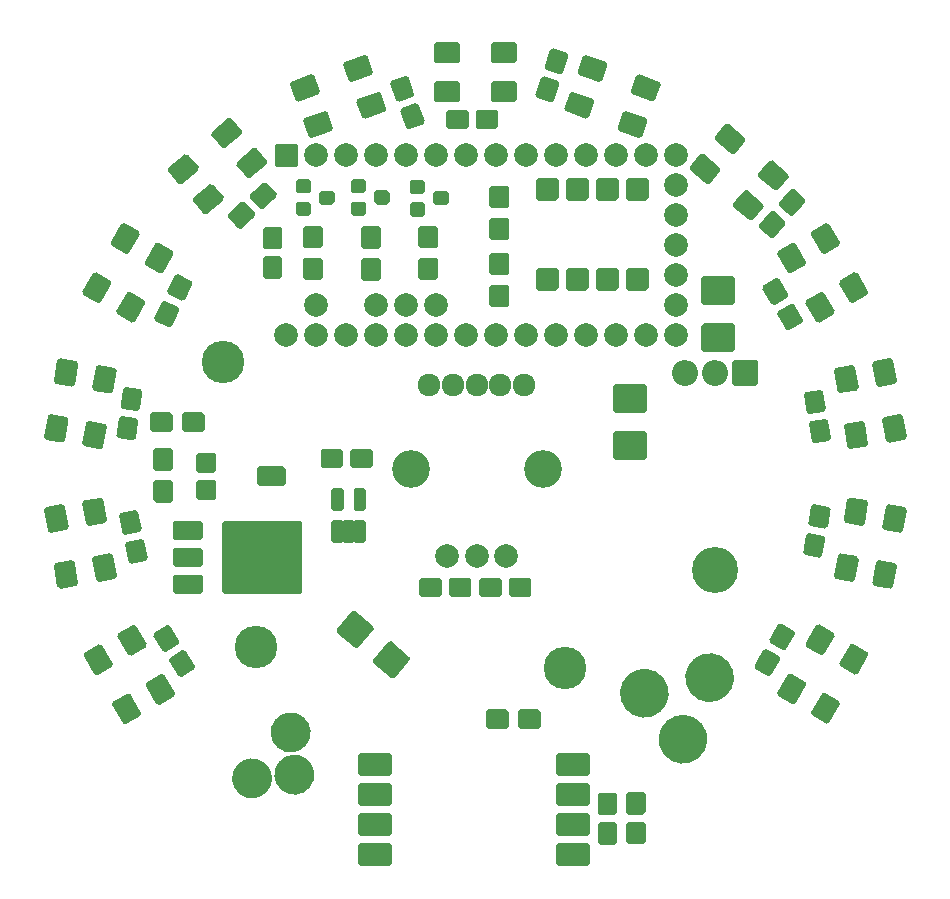
<source format=gts>
%TF.GenerationSoftware,KiCad,Pcbnew,(5.1.9)-1*%
%TF.CreationDate,2021-03-28T17:18:04-04:00*%
%TF.ProjectId,nogasm,6e6f6761-736d-42e6-9b69-6361645f7063,rev?*%
%TF.SameCoordinates,Original*%
%TF.FileFunction,Soldermask,Top*%
%TF.FilePolarity,Negative*%
%FSLAX46Y46*%
G04 Gerber Fmt 4.6, Leading zero omitted, Abs format (unit mm)*
G04 Created by KiCad (PCBNEW (5.1.9)-1) date 2021-03-28 17:18:04*
%MOMM*%
%LPD*%
G01*
G04 APERTURE LIST*
%ADD10C,3.600000*%
%ADD11C,2.000000*%
%ADD12O,3.900000X3.900000*%
%ADD13O,2.200000X2.200000*%
%ADD14C,1.925000*%
%ADD15C,3.200000*%
G04 APERTURE END LIST*
D10*
%TO.C,REF\u002A\u002A*%
X101346000Y-100076000D03*
%TD*%
%TO.C,REF\u002A\u002A*%
X127508000Y-101854000D03*
%TD*%
%TO.C,C19*%
G36*
G01*
X124628000Y-94371000D02*
X124628000Y-95621000D01*
G75*
G02*
X124428000Y-95821000I-200000J0D01*
G01*
X122928000Y-95821000D01*
G75*
G02*
X122728000Y-95621000I0J200000D01*
G01*
X122728000Y-94371000D01*
G75*
G02*
X122928000Y-94171000I200000J0D01*
G01*
X124428000Y-94171000D01*
G75*
G02*
X124628000Y-94371000I0J-200000D01*
G01*
G37*
G36*
G01*
X122128000Y-94371000D02*
X122128000Y-95621000D01*
G75*
G02*
X121928000Y-95821000I-200000J0D01*
G01*
X120428000Y-95821000D01*
G75*
G02*
X120228000Y-95621000I0J200000D01*
G01*
X120228000Y-94371000D01*
G75*
G02*
X120428000Y-94171000I200000J0D01*
G01*
X121928000Y-94171000D01*
G75*
G02*
X122128000Y-94371000I0J-200000D01*
G01*
G37*
%TD*%
%TO.C,C1*%
G36*
G01*
X121814000Y-54747000D02*
X121814000Y-55997000D01*
G75*
G02*
X121614000Y-56197000I-200000J0D01*
G01*
X120114000Y-56197000D01*
G75*
G02*
X119914000Y-55997000I0J200000D01*
G01*
X119914000Y-54747000D01*
G75*
G02*
X120114000Y-54547000I200000J0D01*
G01*
X121614000Y-54547000D01*
G75*
G02*
X121814000Y-54747000I0J-200000D01*
G01*
G37*
G36*
G01*
X119314000Y-54747000D02*
X119314000Y-55997000D01*
G75*
G02*
X119114000Y-56197000I-200000J0D01*
G01*
X117614000Y-56197000D01*
G75*
G02*
X117414000Y-55997000I0J200000D01*
G01*
X117414000Y-54747000D01*
G75*
G02*
X117614000Y-54547000I200000J0D01*
G01*
X119114000Y-54547000D01*
G75*
G02*
X119314000Y-54747000I0J-200000D01*
G01*
G37*
%TD*%
%TO.C,C2*%
G36*
G01*
X112786723Y-52089822D02*
X113961339Y-51662297D01*
G75*
G02*
X114217682Y-51781832I68404J-187939D01*
G01*
X114730712Y-53191371D01*
G75*
G02*
X114611177Y-53447714I-187939J-68404D01*
G01*
X113436561Y-53875239D01*
G75*
G02*
X113180218Y-53755704I-68404J187939D01*
G01*
X112667188Y-52346165D01*
G75*
G02*
X112786723Y-52089822I187939J68404D01*
G01*
G37*
G36*
G01*
X113641773Y-54439054D02*
X114816389Y-54011529D01*
G75*
G02*
X115072732Y-54131064I68404J-187939D01*
G01*
X115585762Y-55540603D01*
G75*
G02*
X115466227Y-55796946I-187939J-68404D01*
G01*
X114291611Y-56224471D01*
G75*
G02*
X114035268Y-56104936I-68404J187939D01*
G01*
X113522238Y-54695397D01*
G75*
G02*
X113641773Y-54439054I187939J68404D01*
G01*
G37*
%TD*%
%TO.C,C3*%
G36*
G01*
X102221643Y-60727035D02*
X103058056Y-61655966D01*
G75*
G02*
X103043253Y-61938421I-148629J-133826D01*
G01*
X101928536Y-62942116D01*
G75*
G02*
X101646081Y-62927313I-133826J148629D01*
G01*
X100809668Y-61998382D01*
G75*
G02*
X100824471Y-61715927I148629J133826D01*
G01*
X101939188Y-60712232D01*
G75*
G02*
X102221643Y-60727035I133826J-148629D01*
G01*
G37*
G36*
G01*
X100363781Y-62399861D02*
X101200194Y-63328792D01*
G75*
G02*
X101185391Y-63611247I-148629J-133826D01*
G01*
X100070674Y-64614942D01*
G75*
G02*
X99788219Y-64600139I-133826J148629D01*
G01*
X98951806Y-63671208D01*
G75*
G02*
X98966609Y-63388753I148629J133826D01*
G01*
X100081326Y-62385058D01*
G75*
G02*
X100363781Y-62399861I133826J-148629D01*
G01*
G37*
%TD*%
%TO.C,C4*%
G36*
G01*
X94717145Y-68468163D02*
X95840638Y-69016127D01*
G75*
G02*
X95932723Y-69283560I-87674J-179759D01*
G01*
X95275166Y-70631752D01*
G75*
G02*
X95007733Y-70723837I-179759J87674D01*
G01*
X93884240Y-70175873D01*
G75*
G02*
X93792155Y-69908440I87674J179759D01*
G01*
X94449712Y-68560248D01*
G75*
G02*
X94717145Y-68468163I179759J-87674D01*
G01*
G37*
G36*
G01*
X93621217Y-70715149D02*
X94744710Y-71263113D01*
G75*
G02*
X94836795Y-71530546I-87674J-179759D01*
G01*
X94179238Y-72878738D01*
G75*
G02*
X93911805Y-72970823I-179759J87674D01*
G01*
X92788312Y-72422859D01*
G75*
G02*
X92696227Y-72155426I87674J179759D01*
G01*
X93353784Y-70807234D01*
G75*
G02*
X93621217Y-70715149I179759J-87674D01*
G01*
G37*
%TD*%
%TO.C,C5*%
G36*
G01*
X90285229Y-78018427D02*
X91523064Y-78192393D01*
G75*
G02*
X91693283Y-78418282I-27835J-198054D01*
G01*
X91484524Y-79903684D01*
G75*
G02*
X91258635Y-80073903I-198054J27835D01*
G01*
X90020800Y-79899937D01*
G75*
G02*
X89850581Y-79674048I27835J198054D01*
G01*
X90059340Y-78188646D01*
G75*
G02*
X90285229Y-78018427I198054J-27835D01*
G01*
G37*
G36*
G01*
X89937297Y-80494097D02*
X91175132Y-80668063D01*
G75*
G02*
X91345351Y-80893952I-27835J-198054D01*
G01*
X91136592Y-82379354D01*
G75*
G02*
X90910703Y-82549573I-198054J27835D01*
G01*
X89672868Y-82375607D01*
G75*
G02*
X89502649Y-82149718I27835J198054D01*
G01*
X89711408Y-80664316D01*
G75*
G02*
X89937297Y-80494097I198054J-27835D01*
G01*
G37*
%TD*%
%TO.C,C6*%
G36*
G01*
X103355300Y-68869600D02*
X102105300Y-68869600D01*
G75*
G02*
X101905300Y-68669600I0J200000D01*
G01*
X101905300Y-67169600D01*
G75*
G02*
X102105300Y-66969600I200000J0D01*
G01*
X103355300Y-66969600D01*
G75*
G02*
X103555300Y-67169600I0J-200000D01*
G01*
X103555300Y-68669600D01*
G75*
G02*
X103355300Y-68869600I-200000J0D01*
G01*
G37*
G36*
G01*
X103355300Y-66369600D02*
X102105300Y-66369600D01*
G75*
G02*
X101905300Y-66169600I0J200000D01*
G01*
X101905300Y-64669600D01*
G75*
G02*
X102105300Y-64469600I200000J0D01*
G01*
X103355300Y-64469600D01*
G75*
G02*
X103555300Y-64669600I0J-200000D01*
G01*
X103555300Y-66169600D01*
G75*
G02*
X103355300Y-66369600I-200000J0D01*
G01*
G37*
%TD*%
%TO.C,C7*%
G36*
G01*
X126449634Y-49356901D02*
X127639127Y-49741097D01*
G75*
G02*
X127767975Y-49992887I-61471J-190319D01*
G01*
X127306940Y-51420279D01*
G75*
G02*
X127055150Y-51549127I-190319J61471D01*
G01*
X125865657Y-51164931D01*
G75*
G02*
X125736809Y-50913141I61471J190319D01*
G01*
X126197844Y-49485749D01*
G75*
G02*
X126449634Y-49356901I190319J-61471D01*
G01*
G37*
G36*
G01*
X125681242Y-51735887D02*
X126870735Y-52120083D01*
G75*
G02*
X126999583Y-52371873I-61471J-190319D01*
G01*
X126538548Y-53799265D01*
G75*
G02*
X126286758Y-53928113I-190319J61471D01*
G01*
X125097265Y-53543917D01*
G75*
G02*
X124968417Y-53292127I61471J190319D01*
G01*
X125429452Y-51864735D01*
G75*
G02*
X125681242Y-51735887I190319J-61471D01*
G01*
G37*
%TD*%
%TO.C,C8*%
G36*
G01*
X89857362Y-88703334D02*
X91080046Y-88443444D01*
G75*
G02*
X91317258Y-88597492I41582J-195630D01*
G01*
X91629126Y-90064714D01*
G75*
G02*
X91475078Y-90301926I-195630J-41582D01*
G01*
X90252394Y-90561816D01*
G75*
G02*
X90015182Y-90407768I-41582J195630D01*
G01*
X89703314Y-88940546D01*
G75*
G02*
X89857362Y-88703334I195630J41582D01*
G01*
G37*
G36*
G01*
X90377142Y-91148704D02*
X91599826Y-90888814D01*
G75*
G02*
X91837038Y-91042862I41582J-195630D01*
G01*
X92148906Y-92510084D01*
G75*
G02*
X91994858Y-92747296I-195630J-41582D01*
G01*
X90772174Y-93007186D01*
G75*
G02*
X90534962Y-92853138I-41582J195630D01*
G01*
X90223094Y-91385916D01*
G75*
G02*
X90377142Y-91148704I195630J41582D01*
G01*
G37*
%TD*%
%TO.C,C9*%
G36*
G01*
X92692546Y-98839553D02*
X93752607Y-98177154D01*
G75*
G02*
X94028201Y-98240780I105984J-169610D01*
G01*
X94823080Y-99512853D01*
G75*
G02*
X94759454Y-99788447I-169610J-105984D01*
G01*
X93699393Y-100450846D01*
G75*
G02*
X93423799Y-100387220I-105984J169610D01*
G01*
X92628920Y-99115147D01*
G75*
G02*
X92692546Y-98839553I169610J105984D01*
G01*
G37*
G36*
G01*
X94017344Y-100959673D02*
X95077405Y-100297274D01*
G75*
G02*
X95352999Y-100360900I105984J-169610D01*
G01*
X96147878Y-101632973D01*
G75*
G02*
X96084252Y-101908567I-169610J-105984D01*
G01*
X95024191Y-102570966D01*
G75*
G02*
X94748597Y-102507340I-105984J169610D01*
G01*
X93953718Y-101235267D01*
G75*
G02*
X94017344Y-100959673I169610J105984D01*
G01*
G37*
%TD*%
%TO.C,C10*%
G36*
G01*
X144687781Y-102489312D02*
X143605249Y-101864312D01*
G75*
G02*
X143532044Y-101591107I100000J173205D01*
G01*
X144282044Y-100292069D01*
G75*
G02*
X144555249Y-100218864I173205J-100000D01*
G01*
X145637781Y-100843864D01*
G75*
G02*
X145710986Y-101117069I-100000J-173205D01*
G01*
X144960986Y-102416107D01*
G75*
G02*
X144687781Y-102489312I-173205J100000D01*
G01*
G37*
G36*
G01*
X145937781Y-100324248D02*
X144855249Y-99699248D01*
G75*
G02*
X144782044Y-99426043I100000J173205D01*
G01*
X145532044Y-98127005D01*
G75*
G02*
X145805249Y-98053800I173205J-100000D01*
G01*
X146887781Y-98678800D01*
G75*
G02*
X146960986Y-98952005I-100000J-173205D01*
G01*
X146210986Y-100251043D01*
G75*
G02*
X145937781Y-100324248I-173205J100000D01*
G01*
G37*
%TD*%
%TO.C,C11*%
G36*
G01*
X148573581Y-87933882D02*
X149804591Y-88150942D01*
G75*
G02*
X149966823Y-88382634I-34730J-196962D01*
G01*
X149706351Y-89859846D01*
G75*
G02*
X149474659Y-90022078I-196962J34730D01*
G01*
X148243649Y-89805018D01*
G75*
G02*
X148081417Y-89573326I34730J196962D01*
G01*
X148341889Y-88096114D01*
G75*
G02*
X148573581Y-87933882I196962J-34730D01*
G01*
G37*
G36*
G01*
X148139461Y-90395902D02*
X149370471Y-90612962D01*
G75*
G02*
X149532703Y-90844654I-34730J-196962D01*
G01*
X149272231Y-92321866D01*
G75*
G02*
X149040539Y-92484098I-196962J34730D01*
G01*
X147809529Y-92267038D01*
G75*
G02*
X147647297Y-92035346I34730J196962D01*
G01*
X147907769Y-90558134D01*
G75*
G02*
X148139461Y-90395902I196962J-34730D01*
G01*
G37*
%TD*%
%TO.C,C12*%
G36*
G01*
X149841531Y-82576048D02*
X148610521Y-82793108D01*
G75*
G02*
X148378829Y-82630876I-34730J196962D01*
G01*
X148118357Y-81153664D01*
G75*
G02*
X148280589Y-80921972I196962J34730D01*
G01*
X149511599Y-80704912D01*
G75*
G02*
X149743291Y-80867144I34730J-196962D01*
G01*
X150003763Y-82344356D01*
G75*
G02*
X149841531Y-82576048I-196962J-34730D01*
G01*
G37*
G36*
G01*
X149407411Y-80114028D02*
X148176401Y-80331088D01*
G75*
G02*
X147944709Y-80168856I-34730J196962D01*
G01*
X147684237Y-78691644D01*
G75*
G02*
X147846469Y-78459952I196962J34730D01*
G01*
X149077479Y-78242892D01*
G75*
G02*
X149309171Y-78405124I34730J-196962D01*
G01*
X149569643Y-79882336D01*
G75*
G02*
X149407411Y-80114028I-196962J-34730D01*
G01*
G37*
%TD*%
%TO.C,C14*%
G36*
G01*
X147554266Y-72617372D02*
X146471734Y-73242372D01*
G75*
G02*
X146198529Y-73169167I-100000J173205D01*
G01*
X145448529Y-71870129D01*
G75*
G02*
X145521734Y-71596924I173205J100000D01*
G01*
X146604266Y-70971924D01*
G75*
G02*
X146877471Y-71045129I100000J-173205D01*
G01*
X147627471Y-72344167D01*
G75*
G02*
X147554266Y-72617372I-173205J-100000D01*
G01*
G37*
G36*
G01*
X146304266Y-70452308D02*
X145221734Y-71077308D01*
G75*
G02*
X144948529Y-71004103I-100000J173205D01*
G01*
X144198529Y-69705065D01*
G75*
G02*
X144271734Y-69431860I173205J100000D01*
G01*
X145354266Y-68806860D01*
G75*
G02*
X145627471Y-68880065I100000J-173205D01*
G01*
X146377471Y-70179103D01*
G75*
G02*
X146304266Y-70452308I-173205J-100000D01*
G01*
G37*
%TD*%
%TO.C,C15*%
G36*
G01*
X134102000Y-116734000D02*
X132852000Y-116734000D01*
G75*
G02*
X132652000Y-116534000I0J200000D01*
G01*
X132652000Y-115034000D01*
G75*
G02*
X132852000Y-114834000I200000J0D01*
G01*
X134102000Y-114834000D01*
G75*
G02*
X134302000Y-115034000I0J-200000D01*
G01*
X134302000Y-116534000D01*
G75*
G02*
X134102000Y-116734000I-200000J0D01*
G01*
G37*
G36*
G01*
X134102000Y-114234000D02*
X132852000Y-114234000D01*
G75*
G02*
X132652000Y-114034000I0J200000D01*
G01*
X132652000Y-112534000D01*
G75*
G02*
X132852000Y-112334000I200000J0D01*
G01*
X134102000Y-112334000D01*
G75*
G02*
X134302000Y-112534000I0J-200000D01*
G01*
X134302000Y-114034000D01*
G75*
G02*
X134102000Y-114234000I-200000J0D01*
G01*
G37*
%TD*%
%TO.C,C16*%
G36*
G01*
X146878034Y-61279944D02*
X147806965Y-62116357D01*
G75*
G02*
X147821768Y-62398812I-133826J-148629D01*
G01*
X146818073Y-63513529D01*
G75*
G02*
X146535618Y-63528332I-148629J133826D01*
G01*
X145606687Y-62691919D01*
G75*
G02*
X145591884Y-62409464I133826J148629D01*
G01*
X146595579Y-61294747D01*
G75*
G02*
X146878034Y-61279944I148629J-133826D01*
G01*
G37*
G36*
G01*
X145205208Y-63137806D02*
X146134139Y-63974219D01*
G75*
G02*
X146148942Y-64256674I-133826J-148629D01*
G01*
X145145247Y-65371391D01*
G75*
G02*
X144862792Y-65386194I-148629J133826D01*
G01*
X143933861Y-64549781D01*
G75*
G02*
X143919058Y-64267326I133826J148629D01*
G01*
X144922753Y-63152609D01*
G75*
G02*
X145205208Y-63137806I148629J-133826D01*
G01*
G37*
%TD*%
%TO.C,C17*%
G36*
G01*
X131689000Y-116774000D02*
X130439000Y-116774000D01*
G75*
G02*
X130239000Y-116574000I0J200000D01*
G01*
X130239000Y-115074000D01*
G75*
G02*
X130439000Y-114874000I200000J0D01*
G01*
X131689000Y-114874000D01*
G75*
G02*
X131889000Y-115074000I0J-200000D01*
G01*
X131889000Y-116574000D01*
G75*
G02*
X131689000Y-116774000I-200000J0D01*
G01*
G37*
G36*
G01*
X131689000Y-114274000D02*
X130439000Y-114274000D01*
G75*
G02*
X130239000Y-114074000I0J200000D01*
G01*
X130239000Y-112574000D01*
G75*
G02*
X130439000Y-112374000I200000J0D01*
G01*
X131689000Y-112374000D01*
G75*
G02*
X131889000Y-112574000I0J-200000D01*
G01*
X131889000Y-114074000D01*
G75*
G02*
X131689000Y-114274000I-200000J0D01*
G01*
G37*
%TD*%
%TO.C,C20*%
G36*
G01*
X115148000Y-95621000D02*
X115148000Y-94371000D01*
G75*
G02*
X115348000Y-94171000I200000J0D01*
G01*
X116848000Y-94171000D01*
G75*
G02*
X117048000Y-94371000I0J-200000D01*
G01*
X117048000Y-95621000D01*
G75*
G02*
X116848000Y-95821000I-200000J0D01*
G01*
X115348000Y-95821000D01*
G75*
G02*
X115148000Y-95621000I0J200000D01*
G01*
G37*
G36*
G01*
X117648000Y-95621000D02*
X117648000Y-94371000D01*
G75*
G02*
X117848000Y-94171000I200000J0D01*
G01*
X119348000Y-94171000D01*
G75*
G02*
X119548000Y-94371000I0J-200000D01*
G01*
X119548000Y-95621000D01*
G75*
G02*
X119348000Y-95821000I-200000J0D01*
G01*
X117848000Y-95821000D01*
G75*
G02*
X117648000Y-95621000I0J200000D01*
G01*
G37*
%TD*%
%TO.C,C21*%
G36*
G01*
X111186000Y-83449000D02*
X111186000Y-84699000D01*
G75*
G02*
X110986000Y-84899000I-200000J0D01*
G01*
X109486000Y-84899000D01*
G75*
G02*
X109286000Y-84699000I0J200000D01*
G01*
X109286000Y-83449000D01*
G75*
G02*
X109486000Y-83249000I200000J0D01*
G01*
X110986000Y-83249000D01*
G75*
G02*
X111186000Y-83449000I0J-200000D01*
G01*
G37*
G36*
G01*
X108686000Y-83449000D02*
X108686000Y-84699000D01*
G75*
G02*
X108486000Y-84899000I-200000J0D01*
G01*
X106986000Y-84899000D01*
G75*
G02*
X106786000Y-84699000I0J200000D01*
G01*
X106786000Y-83449000D01*
G75*
G02*
X106986000Y-83249000I200000J0D01*
G01*
X108486000Y-83249000D01*
G75*
G02*
X108686000Y-83449000I0J-200000D01*
G01*
G37*
%TD*%
%TO.C,Q1*%
G36*
G01*
X94254000Y-90776000D02*
X94254000Y-89576000D01*
G75*
G02*
X94454000Y-89376000I200000J0D01*
G01*
X96654000Y-89376000D01*
G75*
G02*
X96854000Y-89576000I0J-200000D01*
G01*
X96854000Y-90776000D01*
G75*
G02*
X96654000Y-90976000I-200000J0D01*
G01*
X94454000Y-90976000D01*
G75*
G02*
X94254000Y-90776000I0J200000D01*
G01*
G37*
G36*
G01*
X94254000Y-93056000D02*
X94254000Y-91856000D01*
G75*
G02*
X94454000Y-91656000I200000J0D01*
G01*
X96654000Y-91656000D01*
G75*
G02*
X96854000Y-91856000I0J-200000D01*
G01*
X96854000Y-93056000D01*
G75*
G02*
X96654000Y-93256000I-200000J0D01*
G01*
X94454000Y-93256000D01*
G75*
G02*
X94254000Y-93056000I0J200000D01*
G01*
G37*
G36*
G01*
X94254000Y-95336000D02*
X94254000Y-94136000D01*
G75*
G02*
X94454000Y-93936000I200000J0D01*
G01*
X96654000Y-93936000D01*
G75*
G02*
X96854000Y-94136000I0J-200000D01*
G01*
X96854000Y-95336000D01*
G75*
G02*
X96654000Y-95536000I-200000J0D01*
G01*
X94454000Y-95536000D01*
G75*
G02*
X94254000Y-95336000I0J200000D01*
G01*
G37*
G36*
G01*
X98454000Y-95356000D02*
X98454000Y-89556000D01*
G75*
G02*
X98654000Y-89356000I200000J0D01*
G01*
X105054000Y-89356000D01*
G75*
G02*
X105254000Y-89556000I0J-200000D01*
G01*
X105254000Y-95356000D01*
G75*
G02*
X105054000Y-95556000I-200000J0D01*
G01*
X98654000Y-95556000D01*
G75*
G02*
X98454000Y-95356000I0J200000D01*
G01*
G37*
%TD*%
%TO.C,Q2*%
G36*
G01*
X114323100Y-61492000D02*
X114323100Y-60692000D01*
G75*
G02*
X114523100Y-60492000I200000J0D01*
G01*
X115423100Y-60492000D01*
G75*
G02*
X115623100Y-60692000I0J-200000D01*
G01*
X115623100Y-61492000D01*
G75*
G02*
X115423100Y-61692000I-200000J0D01*
G01*
X114523100Y-61692000D01*
G75*
G02*
X114323100Y-61492000I0J200000D01*
G01*
G37*
G36*
G01*
X114323100Y-63392000D02*
X114323100Y-62592000D01*
G75*
G02*
X114523100Y-62392000I200000J0D01*
G01*
X115423100Y-62392000D01*
G75*
G02*
X115623100Y-62592000I0J-200000D01*
G01*
X115623100Y-63392000D01*
G75*
G02*
X115423100Y-63592000I-200000J0D01*
G01*
X114523100Y-63592000D01*
G75*
G02*
X114323100Y-63392000I0J200000D01*
G01*
G37*
G36*
G01*
X116323100Y-62442000D02*
X116323100Y-61642000D01*
G75*
G02*
X116523100Y-61442000I200000J0D01*
G01*
X117423100Y-61442000D01*
G75*
G02*
X117623100Y-61642000I0J-200000D01*
G01*
X117623100Y-62442000D01*
G75*
G02*
X117423100Y-62642000I-200000J0D01*
G01*
X116523100Y-62642000D01*
G75*
G02*
X116323100Y-62442000I0J200000D01*
G01*
G37*
%TD*%
%TO.C,Q3*%
G36*
G01*
X109325900Y-61426000D02*
X109325900Y-60626000D01*
G75*
G02*
X109525900Y-60426000I200000J0D01*
G01*
X110425900Y-60426000D01*
G75*
G02*
X110625900Y-60626000I0J-200000D01*
G01*
X110625900Y-61426000D01*
G75*
G02*
X110425900Y-61626000I-200000J0D01*
G01*
X109525900Y-61626000D01*
G75*
G02*
X109325900Y-61426000I0J200000D01*
G01*
G37*
G36*
G01*
X109325900Y-63326000D02*
X109325900Y-62526000D01*
G75*
G02*
X109525900Y-62326000I200000J0D01*
G01*
X110425900Y-62326000D01*
G75*
G02*
X110625900Y-62526000I0J-200000D01*
G01*
X110625900Y-63326000D01*
G75*
G02*
X110425900Y-63526000I-200000J0D01*
G01*
X109525900Y-63526000D01*
G75*
G02*
X109325900Y-63326000I0J200000D01*
G01*
G37*
G36*
G01*
X111325900Y-62376000D02*
X111325900Y-61576000D01*
G75*
G02*
X111525900Y-61376000I200000J0D01*
G01*
X112425900Y-61376000D01*
G75*
G02*
X112625900Y-61576000I0J-200000D01*
G01*
X112625900Y-62376000D01*
G75*
G02*
X112425900Y-62576000I-200000J0D01*
G01*
X111525900Y-62576000D01*
G75*
G02*
X111325900Y-62376000I0J200000D01*
G01*
G37*
%TD*%
%TO.C,Q4*%
G36*
G01*
X104671100Y-61441200D02*
X104671100Y-60641200D01*
G75*
G02*
X104871100Y-60441200I200000J0D01*
G01*
X105771100Y-60441200D01*
G75*
G02*
X105971100Y-60641200I0J-200000D01*
G01*
X105971100Y-61441200D01*
G75*
G02*
X105771100Y-61641200I-200000J0D01*
G01*
X104871100Y-61641200D01*
G75*
G02*
X104671100Y-61441200I0J200000D01*
G01*
G37*
G36*
G01*
X104671100Y-63341200D02*
X104671100Y-62541200D01*
G75*
G02*
X104871100Y-62341200I200000J0D01*
G01*
X105771100Y-62341200D01*
G75*
G02*
X105971100Y-62541200I0J-200000D01*
G01*
X105971100Y-63341200D01*
G75*
G02*
X105771100Y-63541200I-200000J0D01*
G01*
X104871100Y-63541200D01*
G75*
G02*
X104671100Y-63341200I0J200000D01*
G01*
G37*
G36*
G01*
X106671100Y-62391200D02*
X106671100Y-61591200D01*
G75*
G02*
X106871100Y-61391200I200000J0D01*
G01*
X107771100Y-61391200D01*
G75*
G02*
X107971100Y-61591200I0J-200000D01*
G01*
X107971100Y-62391200D01*
G75*
G02*
X107771100Y-62591200I-200000J0D01*
G01*
X106871100Y-62591200D01*
G75*
G02*
X106671100Y-62391200I0J200000D01*
G01*
G37*
%TD*%
%TO.C,R1*%
G36*
G01*
X92362000Y-81676000D02*
X92362000Y-80376000D01*
G75*
G02*
X92562000Y-80176000I200000J0D01*
G01*
X94062000Y-80176000D01*
G75*
G02*
X94262000Y-80376000I0J-200000D01*
G01*
X94262000Y-81676000D01*
G75*
G02*
X94062000Y-81876000I-200000J0D01*
G01*
X92562000Y-81876000D01*
G75*
G02*
X92362000Y-81676000I0J200000D01*
G01*
G37*
G36*
G01*
X95062000Y-81676000D02*
X95062000Y-80376000D01*
G75*
G02*
X95262000Y-80176000I200000J0D01*
G01*
X96762000Y-80176000D01*
G75*
G02*
X96962000Y-80376000I0J-200000D01*
G01*
X96962000Y-81676000D01*
G75*
G02*
X96762000Y-81876000I-200000J0D01*
G01*
X95262000Y-81876000D01*
G75*
G02*
X95062000Y-81676000I0J200000D01*
G01*
G37*
%TD*%
%TO.C,R2*%
G36*
G01*
X94122000Y-87818000D02*
X92822000Y-87818000D01*
G75*
G02*
X92622000Y-87618000I0J200000D01*
G01*
X92622000Y-86118000D01*
G75*
G02*
X92822000Y-85918000I200000J0D01*
G01*
X94122000Y-85918000D01*
G75*
G02*
X94322000Y-86118000I0J-200000D01*
G01*
X94322000Y-87618000D01*
G75*
G02*
X94122000Y-87818000I-200000J0D01*
G01*
G37*
G36*
G01*
X94122000Y-85118000D02*
X92822000Y-85118000D01*
G75*
G02*
X92622000Y-84918000I0J200000D01*
G01*
X92622000Y-83418000D01*
G75*
G02*
X92822000Y-83218000I200000J0D01*
G01*
X94122000Y-83218000D01*
G75*
G02*
X94322000Y-83418000I0J-200000D01*
G01*
X94322000Y-84918000D01*
G75*
G02*
X94122000Y-85118000I-200000J0D01*
G01*
G37*
%TD*%
%TO.C,R3*%
G36*
G01*
X120810000Y-106822000D02*
X120810000Y-105522000D01*
G75*
G02*
X121010000Y-105322000I200000J0D01*
G01*
X122510000Y-105322000D01*
G75*
G02*
X122710000Y-105522000I0J-200000D01*
G01*
X122710000Y-106822000D01*
G75*
G02*
X122510000Y-107022000I-200000J0D01*
G01*
X121010000Y-107022000D01*
G75*
G02*
X120810000Y-106822000I0J200000D01*
G01*
G37*
G36*
G01*
X123510000Y-106822000D02*
X123510000Y-105522000D01*
G75*
G02*
X123710000Y-105322000I200000J0D01*
G01*
X125210000Y-105322000D01*
G75*
G02*
X125410000Y-105522000I0J-200000D01*
G01*
X125410000Y-106822000D01*
G75*
G02*
X125210000Y-107022000I-200000J0D01*
G01*
X123710000Y-107022000D01*
G75*
G02*
X123510000Y-106822000I0J200000D01*
G01*
G37*
%TD*%
%TO.C,R4*%
G36*
G01*
X115237500Y-64378800D02*
X116537500Y-64378800D01*
G75*
G02*
X116737500Y-64578800I0J-200000D01*
G01*
X116737500Y-66078800D01*
G75*
G02*
X116537500Y-66278800I-200000J0D01*
G01*
X115237500Y-66278800D01*
G75*
G02*
X115037500Y-66078800I0J200000D01*
G01*
X115037500Y-64578800D01*
G75*
G02*
X115237500Y-64378800I200000J0D01*
G01*
G37*
G36*
G01*
X115237500Y-67078800D02*
X116537500Y-67078800D01*
G75*
G02*
X116737500Y-67278800I0J-200000D01*
G01*
X116737500Y-68778800D01*
G75*
G02*
X116537500Y-68978800I-200000J0D01*
G01*
X115237500Y-68978800D01*
G75*
G02*
X115037500Y-68778800I0J200000D01*
G01*
X115037500Y-67278800D01*
G75*
G02*
X115237500Y-67078800I200000J0D01*
G01*
G37*
%TD*%
%TO.C,R5*%
G36*
G01*
X110411500Y-64422000D02*
X111711500Y-64422000D01*
G75*
G02*
X111911500Y-64622000I0J-200000D01*
G01*
X111911500Y-66122000D01*
G75*
G02*
X111711500Y-66322000I-200000J0D01*
G01*
X110411500Y-66322000D01*
G75*
G02*
X110211500Y-66122000I0J200000D01*
G01*
X110211500Y-64622000D01*
G75*
G02*
X110411500Y-64422000I200000J0D01*
G01*
G37*
G36*
G01*
X110411500Y-67122000D02*
X111711500Y-67122000D01*
G75*
G02*
X111911500Y-67322000I0J-200000D01*
G01*
X111911500Y-68822000D01*
G75*
G02*
X111711500Y-69022000I-200000J0D01*
G01*
X110411500Y-69022000D01*
G75*
G02*
X110211500Y-68822000I0J200000D01*
G01*
X110211500Y-67322000D01*
G75*
G02*
X110411500Y-67122000I200000J0D01*
G01*
G37*
%TD*%
%TO.C,R6*%
G36*
G01*
X105483900Y-64378800D02*
X106783900Y-64378800D01*
G75*
G02*
X106983900Y-64578800I0J-200000D01*
G01*
X106983900Y-66078800D01*
G75*
G02*
X106783900Y-66278800I-200000J0D01*
G01*
X105483900Y-66278800D01*
G75*
G02*
X105283900Y-66078800I0J200000D01*
G01*
X105283900Y-64578800D01*
G75*
G02*
X105483900Y-64378800I200000J0D01*
G01*
G37*
G36*
G01*
X105483900Y-67078800D02*
X106783900Y-67078800D01*
G75*
G02*
X106983900Y-67278800I0J-200000D01*
G01*
X106983900Y-68778800D01*
G75*
G02*
X106783900Y-68978800I-200000J0D01*
G01*
X105483900Y-68978800D01*
G75*
G02*
X105283900Y-68778800I0J200000D01*
G01*
X105283900Y-67278800D01*
G75*
G02*
X105483900Y-67078800I200000J0D01*
G01*
G37*
%TD*%
%TO.C,R7*%
G36*
G01*
X122570000Y-71261000D02*
X121270000Y-71261000D01*
G75*
G02*
X121070000Y-71061000I0J200000D01*
G01*
X121070000Y-69561000D01*
G75*
G02*
X121270000Y-69361000I200000J0D01*
G01*
X122570000Y-69361000D01*
G75*
G02*
X122770000Y-69561000I0J-200000D01*
G01*
X122770000Y-71061000D01*
G75*
G02*
X122570000Y-71261000I-200000J0D01*
G01*
G37*
G36*
G01*
X122570000Y-68561000D02*
X121270000Y-68561000D01*
G75*
G02*
X121070000Y-68361000I0J200000D01*
G01*
X121070000Y-66861000D01*
G75*
G02*
X121270000Y-66661000I200000J0D01*
G01*
X122570000Y-66661000D01*
G75*
G02*
X122770000Y-66861000I0J-200000D01*
G01*
X122770000Y-68361000D01*
G75*
G02*
X122570000Y-68561000I-200000J0D01*
G01*
G37*
%TD*%
%TO.C,R8*%
G36*
G01*
X122570000Y-65593000D02*
X121270000Y-65593000D01*
G75*
G02*
X121070000Y-65393000I0J200000D01*
G01*
X121070000Y-63893000D01*
G75*
G02*
X121270000Y-63693000I200000J0D01*
G01*
X122570000Y-63693000D01*
G75*
G02*
X122770000Y-63893000I0J-200000D01*
G01*
X122770000Y-65393000D01*
G75*
G02*
X122570000Y-65593000I-200000J0D01*
G01*
G37*
G36*
G01*
X122570000Y-62893000D02*
X121270000Y-62893000D01*
G75*
G02*
X121070000Y-62693000I0J200000D01*
G01*
X121070000Y-61193000D01*
G75*
G02*
X121270000Y-60993000I200000J0D01*
G01*
X122570000Y-60993000D01*
G75*
G02*
X122770000Y-61193000I0J-200000D01*
G01*
X122770000Y-62693000D01*
G75*
G02*
X122570000Y-62893000I-200000J0D01*
G01*
G37*
%TD*%
%TO.C,RV1*%
G36*
G01*
X97966000Y-86098000D02*
X97966000Y-87398000D01*
G75*
G02*
X97766000Y-87598000I-200000J0D01*
G01*
X96466000Y-87598000D01*
G75*
G02*
X96266000Y-87398000I0J200000D01*
G01*
X96266000Y-86098000D01*
G75*
G02*
X96466000Y-85898000I200000J0D01*
G01*
X97766000Y-85898000D01*
G75*
G02*
X97966000Y-86098000I0J-200000D01*
G01*
G37*
G36*
G01*
X103816000Y-84948000D02*
X103816000Y-86248000D01*
G75*
G02*
X103616000Y-86448000I-200000J0D01*
G01*
X101616000Y-86448000D01*
G75*
G02*
X101416000Y-86248000I0J200000D01*
G01*
X101416000Y-84948000D01*
G75*
G02*
X101616000Y-84748000I200000J0D01*
G01*
X103616000Y-84748000D01*
G75*
G02*
X103816000Y-84948000I0J-200000D01*
G01*
G37*
G36*
G01*
X97966000Y-83798000D02*
X97966000Y-85098000D01*
G75*
G02*
X97766000Y-85298000I-200000J0D01*
G01*
X96466000Y-85298000D01*
G75*
G02*
X96266000Y-85098000I0J200000D01*
G01*
X96266000Y-83798000D01*
G75*
G02*
X96466000Y-83598000I200000J0D01*
G01*
X97766000Y-83598000D01*
G75*
G02*
X97966000Y-83798000I0J-200000D01*
G01*
G37*
%TD*%
%TO.C,U17*%
G36*
G01*
X108529000Y-91230000D02*
X107879000Y-91230000D01*
G75*
G02*
X107679000Y-91030000I0J200000D01*
G01*
X107679000Y-89470000D01*
G75*
G02*
X107879000Y-89270000I200000J0D01*
G01*
X108529000Y-89270000D01*
G75*
G02*
X108729000Y-89470000I0J-200000D01*
G01*
X108729000Y-91030000D01*
G75*
G02*
X108529000Y-91230000I-200000J0D01*
G01*
G37*
G36*
G01*
X109479000Y-91230000D02*
X108829000Y-91230000D01*
G75*
G02*
X108629000Y-91030000I0J200000D01*
G01*
X108629000Y-89470000D01*
G75*
G02*
X108829000Y-89270000I200000J0D01*
G01*
X109479000Y-89270000D01*
G75*
G02*
X109679000Y-89470000I0J-200000D01*
G01*
X109679000Y-91030000D01*
G75*
G02*
X109479000Y-91230000I-200000J0D01*
G01*
G37*
G36*
G01*
X110429000Y-91230000D02*
X109779000Y-91230000D01*
G75*
G02*
X109579000Y-91030000I0J200000D01*
G01*
X109579000Y-89470000D01*
G75*
G02*
X109779000Y-89270000I200000J0D01*
G01*
X110429000Y-89270000D01*
G75*
G02*
X110629000Y-89470000I0J-200000D01*
G01*
X110629000Y-91030000D01*
G75*
G02*
X110429000Y-91230000I-200000J0D01*
G01*
G37*
G36*
G01*
X110429000Y-88530000D02*
X109779000Y-88530000D01*
G75*
G02*
X109579000Y-88330000I0J200000D01*
G01*
X109579000Y-86770000D01*
G75*
G02*
X109779000Y-86570000I200000J0D01*
G01*
X110429000Y-86570000D01*
G75*
G02*
X110629000Y-86770000I0J-200000D01*
G01*
X110629000Y-88330000D01*
G75*
G02*
X110429000Y-88530000I-200000J0D01*
G01*
G37*
G36*
G01*
X108529000Y-88530000D02*
X107879000Y-88530000D01*
G75*
G02*
X107679000Y-88330000I0J200000D01*
G01*
X107679000Y-86770000D01*
G75*
G02*
X107879000Y-86570000I200000J0D01*
G01*
X108529000Y-86570000D01*
G75*
G02*
X108729000Y-86770000I0J-200000D01*
G01*
X108729000Y-88330000D01*
G75*
G02*
X108529000Y-88530000I-200000J0D01*
G01*
G37*
%TD*%
%TO.C,U12*%
G36*
G01*
X152332797Y-92588033D02*
X152020230Y-94360687D01*
G75*
G02*
X151788538Y-94522919I-196962J34730D01*
G01*
X150409807Y-94279811D01*
G75*
G02*
X150247575Y-94048119I34730J196962D01*
G01*
X150560142Y-92275465D01*
G75*
G02*
X150791834Y-92113233I196962J-34730D01*
G01*
X152170565Y-92356341D01*
G75*
G02*
X152332797Y-92588033I-34730J-196962D01*
G01*
G37*
G36*
G01*
X155582662Y-93161072D02*
X155270095Y-94933726D01*
G75*
G02*
X155038403Y-95095958I-196962J34730D01*
G01*
X153659672Y-94852850D01*
G75*
G02*
X153497440Y-94621158I34730J196962D01*
G01*
X153810007Y-92848504D01*
G75*
G02*
X154041699Y-92686272I196962J-34730D01*
G01*
X155420430Y-92929380D01*
G75*
G02*
X155582662Y-93161072I-34730J-196962D01*
G01*
G37*
G36*
G01*
X156416173Y-88433995D02*
X156103606Y-90206649D01*
G75*
G02*
X155871914Y-90368881I-196962J34730D01*
G01*
X154493183Y-90125773D01*
G75*
G02*
X154330951Y-89894081I34730J196962D01*
G01*
X154643518Y-88121427D01*
G75*
G02*
X154875210Y-87959195I196962J-34730D01*
G01*
X156253941Y-88202303D01*
G75*
G02*
X156416173Y-88433995I-34730J-196962D01*
G01*
G37*
G36*
G01*
X153166308Y-87860956D02*
X152853741Y-89633610D01*
G75*
G02*
X152622049Y-89795842I-196962J34730D01*
G01*
X151243318Y-89552734D01*
G75*
G02*
X151081086Y-89321042I34730J196962D01*
G01*
X151393653Y-87548388D01*
G75*
G02*
X151625345Y-87386156I196962J-34730D01*
G01*
X153004076Y-87629264D01*
G75*
G02*
X153166308Y-87860956I-34730J-196962D01*
G01*
G37*
%TD*%
%TO.C,U8*%
G36*
G01*
X132655959Y-54650025D02*
X134347405Y-55265661D01*
G75*
G02*
X134466940Y-55522004I-68404J-187939D01*
G01*
X133988112Y-56837574D01*
G75*
G02*
X133731769Y-56957109I-187939J68404D01*
G01*
X132040323Y-56341473D01*
G75*
G02*
X131920788Y-56085130I68404J187939D01*
G01*
X132399616Y-54769560D01*
G75*
G02*
X132655959Y-54650025I187939J-68404D01*
G01*
G37*
G36*
G01*
X133784626Y-51549040D02*
X135476072Y-52164676D01*
G75*
G02*
X135595607Y-52421019I-68404J-187939D01*
G01*
X135116779Y-53736589D01*
G75*
G02*
X134860436Y-53856124I-187939J68404D01*
G01*
X133168990Y-53240488D01*
G75*
G02*
X133049455Y-52984145I68404J187939D01*
G01*
X133528283Y-51668575D01*
G75*
G02*
X133784626Y-51549040I187939J-68404D01*
G01*
G37*
G36*
G01*
X129274101Y-49907343D02*
X130965547Y-50522979D01*
G75*
G02*
X131085082Y-50779322I-68404J-187939D01*
G01*
X130606254Y-52094892D01*
G75*
G02*
X130349911Y-52214427I-187939J68404D01*
G01*
X128658465Y-51598791D01*
G75*
G02*
X128538930Y-51342448I68404J187939D01*
G01*
X129017758Y-50026878D01*
G75*
G02*
X129274101Y-49907343I187939J-68404D01*
G01*
G37*
G36*
G01*
X128145434Y-53008328D02*
X129836880Y-53623964D01*
G75*
G02*
X129956415Y-53880307I-68404J-187939D01*
G01*
X129477587Y-55195877D01*
G75*
G02*
X129221244Y-55315412I-187939J68404D01*
G01*
X127529798Y-54699776D01*
G75*
G02*
X127410263Y-54443433I68404J187939D01*
G01*
X127889091Y-53127863D01*
G75*
G02*
X128145434Y-53008328I187939J-68404D01*
G01*
G37*
%TD*%
%TO.C,U4*%
G36*
G01*
X91877469Y-67440062D02*
X92777469Y-65881216D01*
G75*
G02*
X93050674Y-65808011I173205J-100000D01*
G01*
X94263110Y-66508011D01*
G75*
G02*
X94336315Y-66781216I-100000J-173205D01*
G01*
X93436315Y-68340062D01*
G75*
G02*
X93163110Y-68413267I-173205J100000D01*
G01*
X91950674Y-67713267D01*
G75*
G02*
X91877469Y-67440062I100000J173205D01*
G01*
G37*
G36*
G01*
X89019585Y-65790062D02*
X89919585Y-64231216D01*
G75*
G02*
X90192790Y-64158011I173205J-100000D01*
G01*
X91405226Y-64858011D01*
G75*
G02*
X91478431Y-65131216I-100000J-173205D01*
G01*
X90578431Y-66690062D01*
G75*
G02*
X90305226Y-66763267I-173205J100000D01*
G01*
X89092790Y-66063267D01*
G75*
G02*
X89019585Y-65790062I100000J173205D01*
G01*
G37*
G36*
G01*
X86619585Y-69946984D02*
X87519585Y-68388138D01*
G75*
G02*
X87792790Y-68314933I173205J-100000D01*
G01*
X89005226Y-69014933D01*
G75*
G02*
X89078431Y-69288138I-100000J-173205D01*
G01*
X88178431Y-70846984D01*
G75*
G02*
X87905226Y-70920189I-173205J100000D01*
G01*
X86692790Y-70220189D01*
G75*
G02*
X86619585Y-69946984I100000J173205D01*
G01*
G37*
G36*
G01*
X89477469Y-71596984D02*
X90377469Y-70038138D01*
G75*
G02*
X90650674Y-69964933I173205J-100000D01*
G01*
X91863110Y-70664933D01*
G75*
G02*
X91936315Y-70938138I-100000J-173205D01*
G01*
X91036315Y-72496984D01*
G75*
G02*
X90763110Y-72570189I-173205J100000D01*
G01*
X89550674Y-71870189D01*
G75*
G02*
X89477469Y-71596984I100000J173205D01*
G01*
G37*
%TD*%
%TO.C,U11*%
G36*
G01*
X152853741Y-81054389D02*
X153166308Y-82827043D01*
G75*
G02*
X153004076Y-83058735I-196962J-34730D01*
G01*
X151625345Y-83301843D01*
G75*
G02*
X151393653Y-83139611I-34730J196962D01*
G01*
X151081086Y-81366957D01*
G75*
G02*
X151243318Y-81135265I196962J34730D01*
G01*
X152622049Y-80892157D01*
G75*
G02*
X152853741Y-81054389I34730J-196962D01*
G01*
G37*
G36*
G01*
X156103606Y-80481350D02*
X156416173Y-82254004D01*
G75*
G02*
X156253941Y-82485696I-196962J-34730D01*
G01*
X154875210Y-82728804D01*
G75*
G02*
X154643518Y-82566572I-34730J196962D01*
G01*
X154330951Y-80793918D01*
G75*
G02*
X154493183Y-80562226I196962J34730D01*
G01*
X155871914Y-80319118D01*
G75*
G02*
X156103606Y-80481350I34730J-196962D01*
G01*
G37*
G36*
G01*
X155270095Y-75754273D02*
X155582662Y-77526927D01*
G75*
G02*
X155420430Y-77758619I-196962J-34730D01*
G01*
X154041699Y-78001727D01*
G75*
G02*
X153810007Y-77839495I-34730J196962D01*
G01*
X153497440Y-76066841D01*
G75*
G02*
X153659672Y-75835149I196962J34730D01*
G01*
X155038403Y-75592041D01*
G75*
G02*
X155270095Y-75754273I34730J-196962D01*
G01*
G37*
G36*
G01*
X152020230Y-76327312D02*
X152332797Y-78099966D01*
G75*
G02*
X152170565Y-78331658I-196962J-34730D01*
G01*
X150791834Y-78574766D01*
G75*
G02*
X150560142Y-78412534I-34730J196962D01*
G01*
X150247575Y-76639880D01*
G75*
G02*
X150409807Y-76408188I196962J34730D01*
G01*
X151788538Y-76165080D01*
G75*
G02*
X152020230Y-76327312I34730J-196962D01*
G01*
G37*
%TD*%
%TO.C,U7*%
G36*
G01*
X121388000Y-52134200D02*
X123188000Y-52134200D01*
G75*
G02*
X123388000Y-52334200I0J-200000D01*
G01*
X123388000Y-53734200D01*
G75*
G02*
X123188000Y-53934200I-200000J0D01*
G01*
X121388000Y-53934200D01*
G75*
G02*
X121188000Y-53734200I0J200000D01*
G01*
X121188000Y-52334200D01*
G75*
G02*
X121388000Y-52134200I200000J0D01*
G01*
G37*
G36*
G01*
X121388000Y-48834200D02*
X123188000Y-48834200D01*
G75*
G02*
X123388000Y-49034200I0J-200000D01*
G01*
X123388000Y-50434200D01*
G75*
G02*
X123188000Y-50634200I-200000J0D01*
G01*
X121388000Y-50634200D01*
G75*
G02*
X121188000Y-50434200I0J200000D01*
G01*
X121188000Y-49034200D01*
G75*
G02*
X121388000Y-48834200I200000J0D01*
G01*
G37*
G36*
G01*
X116588000Y-48834200D02*
X118388000Y-48834200D01*
G75*
G02*
X118588000Y-49034200I0J-200000D01*
G01*
X118588000Y-50434200D01*
G75*
G02*
X118388000Y-50634200I-200000J0D01*
G01*
X116588000Y-50634200D01*
G75*
G02*
X116388000Y-50434200I0J200000D01*
G01*
X116388000Y-49034200D01*
G75*
G02*
X116588000Y-48834200I200000J0D01*
G01*
G37*
G36*
G01*
X116588000Y-52134200D02*
X118388000Y-52134200D01*
G75*
G02*
X118588000Y-52334200I0J-200000D01*
G01*
X118588000Y-53734200D01*
G75*
G02*
X118388000Y-53934200I-200000J0D01*
G01*
X116588000Y-53934200D01*
G75*
G02*
X116388000Y-53734200I0J200000D01*
G01*
X116388000Y-52334200D01*
G75*
G02*
X116588000Y-52134200I200000J0D01*
G01*
G37*
%TD*%
%TO.C,U3*%
G36*
G01*
X87443202Y-78099966D02*
X87755769Y-76327312D01*
G75*
G02*
X87987461Y-76165080I196962J-34730D01*
G01*
X89366192Y-76408188D01*
G75*
G02*
X89528424Y-76639880I-34730J-196962D01*
G01*
X89215857Y-78412534D01*
G75*
G02*
X88984165Y-78574766I-196962J34730D01*
G01*
X87605434Y-78331658D01*
G75*
G02*
X87443202Y-78099966I34730J196962D01*
G01*
G37*
G36*
G01*
X84193337Y-77526927D02*
X84505904Y-75754273D01*
G75*
G02*
X84737596Y-75592041I196962J-34730D01*
G01*
X86116327Y-75835149D01*
G75*
G02*
X86278559Y-76066841I-34730J-196962D01*
G01*
X85965992Y-77839495D01*
G75*
G02*
X85734300Y-78001727I-196962J34730D01*
G01*
X84355569Y-77758619D01*
G75*
G02*
X84193337Y-77526927I34730J196962D01*
G01*
G37*
G36*
G01*
X83359826Y-82254004D02*
X83672393Y-80481350D01*
G75*
G02*
X83904085Y-80319118I196962J-34730D01*
G01*
X85282816Y-80562226D01*
G75*
G02*
X85445048Y-80793918I-34730J-196962D01*
G01*
X85132481Y-82566572D01*
G75*
G02*
X84900789Y-82728804I-196962J34730D01*
G01*
X83522058Y-82485696D01*
G75*
G02*
X83359826Y-82254004I34730J196962D01*
G01*
G37*
G36*
G01*
X86609691Y-82827043D02*
X86922258Y-81054389D01*
G75*
G02*
X87153950Y-80892157I196962J-34730D01*
G01*
X88532681Y-81135265D01*
G75*
G02*
X88694913Y-81366957I-34730J-196962D01*
G01*
X88382346Y-83139611D01*
G75*
G02*
X88150654Y-83301843I-196962J34730D01*
G01*
X86771923Y-83058735D01*
G75*
G02*
X86609691Y-82827043I34730J196962D01*
G01*
G37*
%TD*%
%TO.C,U6*%
G36*
G01*
X109939119Y-53623964D02*
X111630565Y-53008328D01*
G75*
G02*
X111886908Y-53127863I68404J-187939D01*
G01*
X112365736Y-54443433D01*
G75*
G02*
X112246201Y-54699776I-187939J-68404D01*
G01*
X110554755Y-55315412D01*
G75*
G02*
X110298412Y-55195877I-68404J187939D01*
G01*
X109819584Y-53880307D01*
G75*
G02*
X109939119Y-53623964I187939J68404D01*
G01*
G37*
G36*
G01*
X108810452Y-50522979D02*
X110501898Y-49907343D01*
G75*
G02*
X110758241Y-50026878I68404J-187939D01*
G01*
X111237069Y-51342448D01*
G75*
G02*
X111117534Y-51598791I-187939J-68404D01*
G01*
X109426088Y-52214427D01*
G75*
G02*
X109169745Y-52094892I-68404J187939D01*
G01*
X108690917Y-50779322D01*
G75*
G02*
X108810452Y-50522979I187939J68404D01*
G01*
G37*
G36*
G01*
X104299927Y-52164676D02*
X105991373Y-51549040D01*
G75*
G02*
X106247716Y-51668575I68404J-187939D01*
G01*
X106726544Y-52984145D01*
G75*
G02*
X106607009Y-53240488I-187939J-68404D01*
G01*
X104915563Y-53856124D01*
G75*
G02*
X104659220Y-53736589I-68404J187939D01*
G01*
X104180392Y-52421019D01*
G75*
G02*
X104299927Y-52164676I187939J68404D01*
G01*
G37*
G36*
G01*
X105428594Y-55265661D02*
X107120040Y-54650025D01*
G75*
G02*
X107376383Y-54769560I68404J-187939D01*
G01*
X107855211Y-56085130D01*
G75*
G02*
X107735676Y-56341473I-187939J-68404D01*
G01*
X106044230Y-56957109D01*
G75*
G02*
X105787887Y-56837574I-68404J187939D01*
G01*
X105309059Y-55522004D01*
G75*
G02*
X105428594Y-55265661I187939J68404D01*
G01*
G37*
%TD*%
%TO.C,U2*%
G36*
G01*
X86922258Y-89633610D02*
X86609691Y-87860956D01*
G75*
G02*
X86771923Y-87629264I196962J34730D01*
G01*
X88150654Y-87386156D01*
G75*
G02*
X88382346Y-87548388I34730J-196962D01*
G01*
X88694913Y-89321042D01*
G75*
G02*
X88532681Y-89552734I-196962J-34730D01*
G01*
X87153950Y-89795842D01*
G75*
G02*
X86922258Y-89633610I-34730J196962D01*
G01*
G37*
G36*
G01*
X83672393Y-90206649D02*
X83359826Y-88433995D01*
G75*
G02*
X83522058Y-88202303I196962J34730D01*
G01*
X84900789Y-87959195D01*
G75*
G02*
X85132481Y-88121427I34730J-196962D01*
G01*
X85445048Y-89894081D01*
G75*
G02*
X85282816Y-90125773I-196962J-34730D01*
G01*
X83904085Y-90368881D01*
G75*
G02*
X83672393Y-90206649I-34730J196962D01*
G01*
G37*
G36*
G01*
X84505904Y-94933726D02*
X84193337Y-93161072D01*
G75*
G02*
X84355569Y-92929380I196962J34730D01*
G01*
X85734300Y-92686272D01*
G75*
G02*
X85965992Y-92848504I34730J-196962D01*
G01*
X86278559Y-94621158D01*
G75*
G02*
X86116327Y-94852850I-196962J-34730D01*
G01*
X84737596Y-95095958D01*
G75*
G02*
X84505904Y-94933726I-34730J196962D01*
G01*
G37*
G36*
G01*
X87755769Y-94360687D02*
X87443202Y-92588033D01*
G75*
G02*
X87605434Y-92356341I196962J34730D01*
G01*
X88984165Y-92113233D01*
G75*
G02*
X89215857Y-92275465I34730J-196962D01*
G01*
X89528424Y-94048119D01*
G75*
G02*
X89366192Y-94279811I-196962J-34730D01*
G01*
X87987461Y-94522919D01*
G75*
G02*
X87755769Y-94360687I-34730J196962D01*
G01*
G37*
%TD*%
%TO.C,U13*%
G36*
G01*
X147898530Y-103247938D02*
X146998530Y-104806784D01*
G75*
G02*
X146725325Y-104879989I-173205J100000D01*
G01*
X145512889Y-104179989D01*
G75*
G02*
X145439684Y-103906784I100000J173205D01*
G01*
X146339684Y-102347938D01*
G75*
G02*
X146612889Y-102274733I173205J-100000D01*
G01*
X147825325Y-102974733D01*
G75*
G02*
X147898530Y-103247938I-100000J-173205D01*
G01*
G37*
G36*
G01*
X150756414Y-104897938D02*
X149856414Y-106456784D01*
G75*
G02*
X149583209Y-106529989I-173205J100000D01*
G01*
X148370773Y-105829989D01*
G75*
G02*
X148297568Y-105556784I100000J173205D01*
G01*
X149197568Y-103997938D01*
G75*
G02*
X149470773Y-103924733I173205J-100000D01*
G01*
X150683209Y-104624733D01*
G75*
G02*
X150756414Y-104897938I-100000J-173205D01*
G01*
G37*
G36*
G01*
X153156414Y-100741016D02*
X152256414Y-102299862D01*
G75*
G02*
X151983209Y-102373067I-173205J100000D01*
G01*
X150770773Y-101673067D01*
G75*
G02*
X150697568Y-101399862I100000J173205D01*
G01*
X151597568Y-99841016D01*
G75*
G02*
X151870773Y-99767811I173205J-100000D01*
G01*
X153083209Y-100467811D01*
G75*
G02*
X153156414Y-100741016I-100000J-173205D01*
G01*
G37*
G36*
G01*
X150298530Y-99091016D02*
X149398530Y-100649862D01*
G75*
G02*
X149125325Y-100723067I-173205J100000D01*
G01*
X147912889Y-100023067D01*
G75*
G02*
X147839684Y-99749862I100000J173205D01*
G01*
X148739684Y-98191016D01*
G75*
G02*
X149012889Y-98117811I173205J-100000D01*
G01*
X150225325Y-98817811D01*
G75*
G02*
X150298530Y-99091016I-100000J-173205D01*
G01*
G37*
%TD*%
%TO.C,U9*%
G36*
G01*
X142891914Y-61375998D02*
X144270794Y-62533016D01*
G75*
G02*
X144295445Y-62814783I-128558J-153209D01*
G01*
X143395543Y-63887245D01*
G75*
G02*
X143113776Y-63911896I-153209J128558D01*
G01*
X141734896Y-62754878D01*
G75*
G02*
X141710245Y-62473111I128558J153209D01*
G01*
X142610147Y-61400649D01*
G75*
G02*
X142891914Y-61375998I153209J-128558D01*
G01*
G37*
G36*
G01*
X145013113Y-58848051D02*
X146391993Y-60005069D01*
G75*
G02*
X146416644Y-60286836I-128558J-153209D01*
G01*
X145516742Y-61359298D01*
G75*
G02*
X145234975Y-61383949I-153209J128558D01*
G01*
X143856095Y-60226931D01*
G75*
G02*
X143831444Y-59945164I128558J153209D01*
G01*
X144731346Y-58872702D01*
G75*
G02*
X145013113Y-58848051I153209J-128558D01*
G01*
G37*
G36*
G01*
X141336100Y-55762670D02*
X142714980Y-56919688D01*
G75*
G02*
X142739631Y-57201455I-128558J-153209D01*
G01*
X141839729Y-58273917D01*
G75*
G02*
X141557962Y-58298568I-153209J128558D01*
G01*
X140179082Y-57141550D01*
G75*
G02*
X140154431Y-56859783I128558J153209D01*
G01*
X141054333Y-55787321D01*
G75*
G02*
X141336100Y-55762670I153209J-128558D01*
G01*
G37*
G36*
G01*
X139214901Y-58290617D02*
X140593781Y-59447635D01*
G75*
G02*
X140618432Y-59729402I-128558J-153209D01*
G01*
X139718530Y-60801864D01*
G75*
G02*
X139436763Y-60826515I-153209J128558D01*
G01*
X138057883Y-59669497D01*
G75*
G02*
X138033232Y-59387730I128558J153209D01*
G01*
X138933134Y-58315268D01*
G75*
G02*
X139214901Y-58290617I153209J-128558D01*
G01*
G37*
%TD*%
%TO.C,U5*%
G36*
G01*
X99690218Y-58939635D02*
X101069098Y-57782617D01*
G75*
G02*
X101350865Y-57807268I128558J-153209D01*
G01*
X102250767Y-58879730D01*
G75*
G02*
X102226116Y-59161497I-153209J-128558D01*
G01*
X100847236Y-60318515D01*
G75*
G02*
X100565469Y-60293864I-128558J153209D01*
G01*
X99665567Y-59221402D01*
G75*
G02*
X99690218Y-58939635I153209J128558D01*
G01*
G37*
G36*
G01*
X97569019Y-56411688D02*
X98947899Y-55254670D01*
G75*
G02*
X99229666Y-55279321I128558J-153209D01*
G01*
X100129568Y-56351783D01*
G75*
G02*
X100104917Y-56633550I-153209J-128558D01*
G01*
X98726037Y-57790568D01*
G75*
G02*
X98444270Y-57765917I-128558J153209D01*
G01*
X97544368Y-56693455D01*
G75*
G02*
X97569019Y-56411688I153209J128558D01*
G01*
G37*
G36*
G01*
X93892006Y-59497069D02*
X95270886Y-58340051D01*
G75*
G02*
X95552653Y-58364702I128558J-153209D01*
G01*
X96452555Y-59437164D01*
G75*
G02*
X96427904Y-59718931I-153209J-128558D01*
G01*
X95049024Y-60875949D01*
G75*
G02*
X94767257Y-60851298I-128558J153209D01*
G01*
X93867355Y-59778836D01*
G75*
G02*
X93892006Y-59497069I153209J128558D01*
G01*
G37*
G36*
G01*
X96013205Y-62025016D02*
X97392085Y-60867998D01*
G75*
G02*
X97673852Y-60892649I128558J-153209D01*
G01*
X98573754Y-61965111D01*
G75*
G02*
X98549103Y-62246878I-153209J-128558D01*
G01*
X97170223Y-63403896D01*
G75*
G02*
X96888456Y-63379245I-128558J153209D01*
G01*
X95988554Y-62306783D01*
G75*
G02*
X96013205Y-62025016I153209J128558D01*
G01*
G37*
%TD*%
%TO.C,U1*%
G36*
G01*
X90488577Y-100704501D02*
X89588577Y-99145655D01*
G75*
G02*
X89661782Y-98872450I173205J100000D01*
G01*
X90874218Y-98172450D01*
G75*
G02*
X91147423Y-98245655I100000J-173205D01*
G01*
X92047423Y-99804501D01*
G75*
G02*
X91974218Y-100077706I-173205J-100000D01*
G01*
X90761782Y-100777706D01*
G75*
G02*
X90488577Y-100704501I-100000J173205D01*
G01*
G37*
G36*
G01*
X87630693Y-102354501D02*
X86730693Y-100795655D01*
G75*
G02*
X86803898Y-100522450I173205J100000D01*
G01*
X88016334Y-99822450D01*
G75*
G02*
X88289539Y-99895655I100000J-173205D01*
G01*
X89189539Y-101454501D01*
G75*
G02*
X89116334Y-101727706I-173205J-100000D01*
G01*
X87903898Y-102427706D01*
G75*
G02*
X87630693Y-102354501I-100000J173205D01*
G01*
G37*
G36*
G01*
X90030693Y-106511423D02*
X89130693Y-104952577D01*
G75*
G02*
X89203898Y-104679372I173205J100000D01*
G01*
X90416334Y-103979372D01*
G75*
G02*
X90689539Y-104052577I100000J-173205D01*
G01*
X91589539Y-105611423D01*
G75*
G02*
X91516334Y-105884628I-173205J-100000D01*
G01*
X90303898Y-106584628D01*
G75*
G02*
X90030693Y-106511423I-100000J173205D01*
G01*
G37*
G36*
G01*
X92888577Y-104861423D02*
X91988577Y-103302577D01*
G75*
G02*
X92061782Y-103029372I173205J100000D01*
G01*
X93274218Y-102329372D01*
G75*
G02*
X93547423Y-102402577I100000J-173205D01*
G01*
X94447423Y-103961423D01*
G75*
G02*
X94374218Y-104234628I-173205J-100000D01*
G01*
X93161782Y-104934628D01*
G75*
G02*
X92888577Y-104861423I-100000J173205D01*
G01*
G37*
%TD*%
%TO.C,U10*%
G36*
G01*
X149398530Y-70038137D02*
X150298530Y-71596983D01*
G75*
G02*
X150225325Y-71870188I-173205J-100000D01*
G01*
X149012889Y-72570188D01*
G75*
G02*
X148739684Y-72496983I-100000J173205D01*
G01*
X147839684Y-70938137D01*
G75*
G02*
X147912889Y-70664932I173205J100000D01*
G01*
X149125325Y-69964932D01*
G75*
G02*
X149398530Y-70038137I100000J-173205D01*
G01*
G37*
G36*
G01*
X152256414Y-68388137D02*
X153156414Y-69946983D01*
G75*
G02*
X153083209Y-70220188I-173205J-100000D01*
G01*
X151870773Y-70920188D01*
G75*
G02*
X151597568Y-70846983I-100000J173205D01*
G01*
X150697568Y-69288137D01*
G75*
G02*
X150770773Y-69014932I173205J100000D01*
G01*
X151983209Y-68314932D01*
G75*
G02*
X152256414Y-68388137I100000J-173205D01*
G01*
G37*
G36*
G01*
X149856414Y-64231215D02*
X150756414Y-65790061D01*
G75*
G02*
X150683209Y-66063266I-173205J-100000D01*
G01*
X149470773Y-66763266D01*
G75*
G02*
X149197568Y-66690061I-100000J173205D01*
G01*
X148297568Y-65131215D01*
G75*
G02*
X148370773Y-64858010I173205J100000D01*
G01*
X149583209Y-64158010D01*
G75*
G02*
X149856414Y-64231215I100000J-173205D01*
G01*
G37*
G36*
G01*
X146998530Y-65881215D02*
X147898530Y-67440061D01*
G75*
G02*
X147825325Y-67713266I-173205J-100000D01*
G01*
X146612889Y-68413266D01*
G75*
G02*
X146339684Y-68340061I-100000J173205D01*
G01*
X145439684Y-66781215D01*
G75*
G02*
X145512889Y-66508010I173205J100000D01*
G01*
X146725325Y-65808010D01*
G75*
G02*
X146998530Y-65881215I100000J-173205D01*
G01*
G37*
%TD*%
%TO.C,D1*%
G36*
G01*
X108149781Y-98546699D02*
X109435356Y-97014610D01*
G75*
G02*
X109717123Y-96989959I153209J-128558D01*
G01*
X111249212Y-98275534D01*
G75*
G02*
X111273863Y-98557301I-128558J-153209D01*
G01*
X109988288Y-100089390D01*
G75*
G02*
X109706521Y-100114041I-153209J128558D01*
G01*
X108174432Y-98828466D01*
G75*
G02*
X108149781Y-98546699I128558J153209D01*
G01*
G37*
G36*
G01*
X111213959Y-101117849D02*
X112499534Y-99585760D01*
G75*
G02*
X112781301Y-99561109I153209J-128558D01*
G01*
X114313390Y-100846684D01*
G75*
G02*
X114338041Y-101128451I-128558J-153209D01*
G01*
X113052466Y-102660540D01*
G75*
G02*
X112770699Y-102685191I-153209J128558D01*
G01*
X111238610Y-101399616D01*
G75*
G02*
X111213959Y-101117849I128558J153209D01*
G01*
G37*
%TD*%
D11*
%TO.C,U14*%
X136906000Y-66040000D03*
X136906000Y-68580000D03*
X136906000Y-71120000D03*
X136906000Y-73660000D03*
X136906000Y-63500000D03*
X136906000Y-60960000D03*
X136906000Y-58420000D03*
X134366000Y-73660000D03*
X131826000Y-73660000D03*
X129286000Y-73660000D03*
X126746000Y-73660000D03*
X124206000Y-73660000D03*
X121666000Y-73660000D03*
X119126000Y-73660000D03*
X116586000Y-73660000D03*
X114046000Y-73660000D03*
X111506000Y-73660000D03*
X108966000Y-73660000D03*
X106426000Y-73660000D03*
X103886000Y-73660000D03*
X106426000Y-71120000D03*
X111506000Y-71120000D03*
X114046000Y-71120000D03*
X116586000Y-71120000D03*
X134366000Y-58420000D03*
X131826000Y-58420000D03*
X129286000Y-58420000D03*
X126746000Y-58420000D03*
X124206000Y-58420000D03*
X121666000Y-58420000D03*
X119126000Y-58420000D03*
X116586000Y-58420000D03*
X114046000Y-58420000D03*
X111506000Y-58420000D03*
X108966000Y-58420000D03*
X106426000Y-58420000D03*
G36*
G01*
X102886000Y-59220000D02*
X102886000Y-57620000D01*
G75*
G02*
X103086000Y-57420000I200000J0D01*
G01*
X104686000Y-57420000D01*
G75*
G02*
X104886000Y-57620000I0J-200000D01*
G01*
X104886000Y-59220000D01*
G75*
G02*
X104686000Y-59420000I-200000J0D01*
G01*
X103086000Y-59420000D01*
G75*
G02*
X102886000Y-59220000I0J200000D01*
G01*
G37*
%TD*%
%TO.C,U16*%
G36*
G01*
X129568000Y-116842000D02*
X129568000Y-118362000D01*
G75*
G02*
X129368000Y-118562000I-200000J0D01*
G01*
X126918000Y-118562000D01*
G75*
G02*
X126718000Y-118362000I0J200000D01*
G01*
X126718000Y-116842000D01*
G75*
G02*
X126918000Y-116642000I200000J0D01*
G01*
X129368000Y-116642000D01*
G75*
G02*
X129568000Y-116842000I0J-200000D01*
G01*
G37*
G36*
G01*
X129568000Y-114302000D02*
X129568000Y-115822000D01*
G75*
G02*
X129368000Y-116022000I-200000J0D01*
G01*
X126918000Y-116022000D01*
G75*
G02*
X126718000Y-115822000I0J200000D01*
G01*
X126718000Y-114302000D01*
G75*
G02*
X126918000Y-114102000I200000J0D01*
G01*
X129368000Y-114102000D01*
G75*
G02*
X129568000Y-114302000I0J-200000D01*
G01*
G37*
G36*
G01*
X129568000Y-111762000D02*
X129568000Y-113282000D01*
G75*
G02*
X129368000Y-113482000I-200000J0D01*
G01*
X126918000Y-113482000D01*
G75*
G02*
X126718000Y-113282000I0J200000D01*
G01*
X126718000Y-111762000D01*
G75*
G02*
X126918000Y-111562000I200000J0D01*
G01*
X129368000Y-111562000D01*
G75*
G02*
X129568000Y-111762000I0J-200000D01*
G01*
G37*
G36*
G01*
X129568000Y-109222000D02*
X129568000Y-110742000D01*
G75*
G02*
X129368000Y-110942000I-200000J0D01*
G01*
X126918000Y-110942000D01*
G75*
G02*
X126718000Y-110742000I0J200000D01*
G01*
X126718000Y-109222000D01*
G75*
G02*
X126918000Y-109022000I200000J0D01*
G01*
X129368000Y-109022000D01*
G75*
G02*
X129568000Y-109222000I0J-200000D01*
G01*
G37*
G36*
G01*
X112804000Y-116842000D02*
X112804000Y-118362000D01*
G75*
G02*
X112604000Y-118562000I-200000J0D01*
G01*
X110154000Y-118562000D01*
G75*
G02*
X109954000Y-118362000I0J200000D01*
G01*
X109954000Y-116842000D01*
G75*
G02*
X110154000Y-116642000I200000J0D01*
G01*
X112604000Y-116642000D01*
G75*
G02*
X112804000Y-116842000I0J-200000D01*
G01*
G37*
G36*
G01*
X112804000Y-109222000D02*
X112804000Y-110742000D01*
G75*
G02*
X112604000Y-110942000I-200000J0D01*
G01*
X110154000Y-110942000D01*
G75*
G02*
X109954000Y-110742000I0J200000D01*
G01*
X109954000Y-109222000D01*
G75*
G02*
X110154000Y-109022000I200000J0D01*
G01*
X112604000Y-109022000D01*
G75*
G02*
X112804000Y-109222000I0J-200000D01*
G01*
G37*
G36*
G01*
X112804000Y-114302000D02*
X112804000Y-115822000D01*
G75*
G02*
X112604000Y-116022000I-200000J0D01*
G01*
X110154000Y-116022000D01*
G75*
G02*
X109954000Y-115822000I0J200000D01*
G01*
X109954000Y-114302000D01*
G75*
G02*
X110154000Y-114102000I200000J0D01*
G01*
X112604000Y-114102000D01*
G75*
G02*
X112804000Y-114302000I0J-200000D01*
G01*
G37*
G36*
G01*
X112804000Y-111762000D02*
X112804000Y-113282000D01*
G75*
G02*
X112604000Y-113482000I-200000J0D01*
G01*
X110154000Y-113482000D01*
G75*
G02*
X109954000Y-113282000I0J200000D01*
G01*
X109954000Y-111762000D01*
G75*
G02*
X110154000Y-111562000I200000J0D01*
G01*
X112604000Y-111562000D01*
G75*
G02*
X112804000Y-111762000I0J-200000D01*
G01*
G37*
%TD*%
%TO.C,SW1*%
G36*
G01*
X129486000Y-68135500D02*
X129486000Y-69659500D01*
G75*
G02*
X129286000Y-69859500I-200000J0D01*
G01*
X127762000Y-69859500D01*
G75*
G02*
X127562000Y-69659500I0J200000D01*
G01*
X127562000Y-68135500D01*
G75*
G02*
X127762000Y-67935500I200000J0D01*
G01*
X129286000Y-67935500D01*
G75*
G02*
X129486000Y-68135500I0J-200000D01*
G01*
G37*
G36*
G01*
X132026000Y-68135500D02*
X132026000Y-69659500D01*
G75*
G02*
X131826000Y-69859500I-200000J0D01*
G01*
X130302000Y-69859500D01*
G75*
G02*
X130102000Y-69659500I0J200000D01*
G01*
X130102000Y-68135500D01*
G75*
G02*
X130302000Y-67935500I200000J0D01*
G01*
X131826000Y-67935500D01*
G75*
G02*
X132026000Y-68135500I0J-200000D01*
G01*
G37*
G36*
G01*
X134566000Y-68135500D02*
X134566000Y-69659500D01*
G75*
G02*
X134366000Y-69859500I-200000J0D01*
G01*
X132842000Y-69859500D01*
G75*
G02*
X132642000Y-69659500I0J200000D01*
G01*
X132642000Y-68135500D01*
G75*
G02*
X132842000Y-67935500I200000J0D01*
G01*
X134366000Y-67935500D01*
G75*
G02*
X134566000Y-68135500I0J-200000D01*
G01*
G37*
G36*
G01*
X126946000Y-68135500D02*
X126946000Y-69659500D01*
G75*
G02*
X126746000Y-69859500I-200000J0D01*
G01*
X125222000Y-69859500D01*
G75*
G02*
X125022000Y-69659500I0J200000D01*
G01*
X125022000Y-68135500D01*
G75*
G02*
X125222000Y-67935500I200000J0D01*
G01*
X126746000Y-67935500D01*
G75*
G02*
X126946000Y-68135500I0J-200000D01*
G01*
G37*
G36*
G01*
X126946000Y-60515500D02*
X126946000Y-62039500D01*
G75*
G02*
X126746000Y-62239500I-200000J0D01*
G01*
X125222000Y-62239500D01*
G75*
G02*
X125022000Y-62039500I0J200000D01*
G01*
X125022000Y-60515500D01*
G75*
G02*
X125222000Y-60315500I200000J0D01*
G01*
X126746000Y-60315500D01*
G75*
G02*
X126946000Y-60515500I0J-200000D01*
G01*
G37*
G36*
G01*
X129486000Y-60515500D02*
X129486000Y-62039500D01*
G75*
G02*
X129286000Y-62239500I-200000J0D01*
G01*
X127762000Y-62239500D01*
G75*
G02*
X127562000Y-62039500I0J200000D01*
G01*
X127562000Y-60515500D01*
G75*
G02*
X127762000Y-60315500I200000J0D01*
G01*
X129286000Y-60315500D01*
G75*
G02*
X129486000Y-60515500I0J-200000D01*
G01*
G37*
G36*
G01*
X132026000Y-60515500D02*
X132026000Y-62039500D01*
G75*
G02*
X131826000Y-62239500I-200000J0D01*
G01*
X130302000Y-62239500D01*
G75*
G02*
X130102000Y-62039500I0J200000D01*
G01*
X130102000Y-60515500D01*
G75*
G02*
X130302000Y-60315500I200000J0D01*
G01*
X131826000Y-60315500D01*
G75*
G02*
X132026000Y-60515500I0J-200000D01*
G01*
G37*
G36*
G01*
X134566000Y-60515500D02*
X134566000Y-62039500D01*
G75*
G02*
X134366000Y-62239500I-200000J0D01*
G01*
X132842000Y-62239500D01*
G75*
G02*
X132642000Y-62039500I0J200000D01*
G01*
X132642000Y-60515500D01*
G75*
G02*
X132842000Y-60315500I200000J0D01*
G01*
X134366000Y-60315500D01*
G75*
G02*
X134566000Y-60515500I0J-200000D01*
G01*
G37*
%TD*%
D12*
%TO.C,U15*%
X140208000Y-93495000D03*
G36*
G01*
X143848000Y-75935000D02*
X143848000Y-77735000D01*
G75*
G02*
X143648000Y-77935000I-200000J0D01*
G01*
X141848000Y-77935000D01*
G75*
G02*
X141648000Y-77735000I0J200000D01*
G01*
X141648000Y-75935000D01*
G75*
G02*
X141848000Y-75735000I200000J0D01*
G01*
X143648000Y-75735000D01*
G75*
G02*
X143848000Y-75935000I0J-200000D01*
G01*
G37*
D13*
X140208000Y-76835000D03*
X137668000Y-76835000D03*
%TD*%
D14*
%TO.C,Encoder*%
X120002800Y-77876400D03*
X122002800Y-77876400D03*
X118002800Y-77876400D03*
X116002800Y-77876400D03*
X124002800Y-77876400D03*
D11*
X120002800Y-92376400D03*
X122502800Y-92376400D03*
X117502800Y-92376400D03*
D15*
X125590800Y-84988400D03*
X114414800Y-84988400D03*
%TD*%
%TO.C,J1*%
G36*
G01*
X102946405Y-106181508D02*
X102946405Y-106181508D01*
G75*
G02*
X105341420Y-105971971I1302276J-1092739D01*
G01*
X105341420Y-105971971D01*
G75*
G02*
X105550957Y-108366986I-1092739J-1302276D01*
G01*
X105550957Y-108366986D01*
G75*
G02*
X103155942Y-108576523I-1302276J1092739D01*
G01*
X103155942Y-108576523D01*
G75*
G02*
X102946405Y-106181508I1092739J1302276D01*
G01*
G37*
G36*
G01*
X99681043Y-110073014D02*
X99681043Y-110073014D01*
G75*
G02*
X102076058Y-109863477I1302276J-1092739D01*
G01*
X102076058Y-109863477D01*
G75*
G02*
X102285595Y-112258492I-1092739J-1302276D01*
G01*
X102285595Y-112258492D01*
G75*
G02*
X99890580Y-112468029I-1302276J1092739D01*
G01*
X99890580Y-112468029D01*
G75*
G02*
X99681043Y-110073014I1092739J1302276D01*
G01*
G37*
G36*
G01*
X103259477Y-109759942D02*
X103259477Y-109759942D01*
G75*
G02*
X105654492Y-109550405I1302276J-1092739D01*
G01*
X105654492Y-109550405D01*
G75*
G02*
X105864029Y-111945420I-1092739J-1302276D01*
G01*
X105864029Y-111945420D01*
G75*
G02*
X103469014Y-112154957I-1302276J1092739D01*
G01*
X103469014Y-112154957D01*
G75*
G02*
X103259477Y-109759942I1092739J1302276D01*
G01*
G37*
%TD*%
%TO.C,J2*%
G36*
G01*
X132609896Y-105290678D02*
X132609896Y-105290678D01*
G75*
G02*
X132865654Y-102367352I1589542J1333784D01*
G01*
X132865654Y-102367352D01*
G75*
G02*
X135788980Y-102623110I1333784J-1589542D01*
G01*
X135788980Y-102623110D01*
G75*
G02*
X135533222Y-105546436I-1589542J-1333784D01*
G01*
X135533222Y-105546436D01*
G75*
G02*
X132609896Y-105290678I-1333784J1589542D01*
G01*
G37*
G36*
G01*
X135875258Y-109182184D02*
X135875258Y-109182184D01*
G75*
G02*
X136131016Y-106258858I1589542J1333784D01*
G01*
X136131016Y-106258858D01*
G75*
G02*
X139054342Y-106514616I1333784J-1589542D01*
G01*
X139054342Y-106514616D01*
G75*
G02*
X138798584Y-109437942I-1589542J-1333784D01*
G01*
X138798584Y-109437942D01*
G75*
G02*
X135875258Y-109182184I-1333784J1589542D01*
G01*
G37*
G36*
G01*
X141057409Y-104226828D02*
X141057409Y-104226828D01*
G75*
G02*
X138134083Y-103971070I-1333784J1589542D01*
G01*
X138134083Y-103971070D01*
G75*
G02*
X138389841Y-101047744I1589542J1333784D01*
G01*
X138389841Y-101047744D01*
G75*
G02*
X141313167Y-101303502I1333784J-1589542D01*
G01*
X141313167Y-101303502D01*
G75*
G02*
X141057409Y-104226828I-1589542J-1333784D01*
G01*
G37*
%TD*%
%TO.C,C13*%
G36*
G01*
X141712000Y-75050000D02*
X139212000Y-75050000D01*
G75*
G02*
X139012000Y-74850000I0J200000D01*
G01*
X139012000Y-72850000D01*
G75*
G02*
X139212000Y-72650000I200000J0D01*
G01*
X141712000Y-72650000D01*
G75*
G02*
X141912000Y-72850000I0J-200000D01*
G01*
X141912000Y-74850000D01*
G75*
G02*
X141712000Y-75050000I-200000J0D01*
G01*
G37*
G36*
G01*
X141712000Y-71050000D02*
X139212000Y-71050000D01*
G75*
G02*
X139012000Y-70850000I0J200000D01*
G01*
X139012000Y-68850000D01*
G75*
G02*
X139212000Y-68650000I200000J0D01*
G01*
X141712000Y-68650000D01*
G75*
G02*
X141912000Y-68850000I0J-200000D01*
G01*
X141912000Y-70850000D01*
G75*
G02*
X141712000Y-71050000I-200000J0D01*
G01*
G37*
%TD*%
%TO.C,C18*%
G36*
G01*
X131719000Y-77794000D02*
X134219000Y-77794000D01*
G75*
G02*
X134419000Y-77994000I0J-200000D01*
G01*
X134419000Y-79994000D01*
G75*
G02*
X134219000Y-80194000I-200000J0D01*
G01*
X131719000Y-80194000D01*
G75*
G02*
X131519000Y-79994000I0J200000D01*
G01*
X131519000Y-77994000D01*
G75*
G02*
X131719000Y-77794000I200000J0D01*
G01*
G37*
G36*
G01*
X131719000Y-81794000D02*
X134219000Y-81794000D01*
G75*
G02*
X134419000Y-81994000I0J-200000D01*
G01*
X134419000Y-83994000D01*
G75*
G02*
X134219000Y-84194000I-200000J0D01*
G01*
X131719000Y-84194000D01*
G75*
G02*
X131519000Y-83994000I0J200000D01*
G01*
X131519000Y-81994000D01*
G75*
G02*
X131719000Y-81794000I200000J0D01*
G01*
G37*
%TD*%
D10*
%TO.C,REF\u002A\u002A*%
X98552000Y-75946000D03*
%TD*%
M02*

</source>
